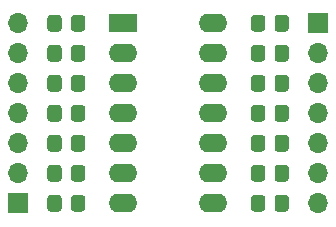
<source format=gbr>
%TF.GenerationSoftware,KiCad,Pcbnew,(5.1.7)-1*%
%TF.CreationDate,2021-01-04T21:33:55-06:00*%
%TF.ProjectId,pinballMods,70696e62-616c-46c4-9d6f-64732e6b6963,rev?*%
%TF.SameCoordinates,Original*%
%TF.FileFunction,Soldermask,Top*%
%TF.FilePolarity,Negative*%
%FSLAX46Y46*%
G04 Gerber Fmt 4.6, Leading zero omitted, Abs format (unit mm)*
G04 Created by KiCad (PCBNEW (5.1.7)-1) date 2021-01-04 21:33:55*
%MOMM*%
%LPD*%
G01*
G04 APERTURE LIST*
%ADD10O,1.700000X1.700000*%
%ADD11R,1.700000X1.700000*%
%ADD12O,2.400000X1.600000*%
%ADD13R,2.400000X1.600000*%
G04 APERTURE END LIST*
D10*
%TO.C,J3*%
X171450000Y-106680000D03*
X171450000Y-104140000D03*
X171450000Y-101600000D03*
X171450000Y-99060000D03*
X171450000Y-96520000D03*
X171450000Y-93980000D03*
D11*
X171450000Y-91440000D03*
%TD*%
D10*
%TO.C,J1*%
X146050000Y-91440000D03*
X146050000Y-93980000D03*
X146050000Y-96520000D03*
X146050000Y-99060000D03*
X146050000Y-101600000D03*
X146050000Y-104140000D03*
D11*
X146050000Y-106680000D03*
%TD*%
%TO.C,R14*%
G36*
G01*
X167770000Y-107130001D02*
X167770000Y-106229999D01*
G75*
G02*
X168019999Y-105980000I249999J0D01*
G01*
X168720001Y-105980000D01*
G75*
G02*
X168970000Y-106229999I0J-249999D01*
G01*
X168970000Y-107130001D01*
G75*
G02*
X168720001Y-107380000I-249999J0D01*
G01*
X168019999Y-107380000D01*
G75*
G02*
X167770000Y-107130001I0J249999D01*
G01*
G37*
G36*
G01*
X165770000Y-107130001D02*
X165770000Y-106229999D01*
G75*
G02*
X166019999Y-105980000I249999J0D01*
G01*
X166720001Y-105980000D01*
G75*
G02*
X166970000Y-106229999I0J-249999D01*
G01*
X166970000Y-107130001D01*
G75*
G02*
X166720001Y-107380000I-249999J0D01*
G01*
X166019999Y-107380000D01*
G75*
G02*
X165770000Y-107130001I0J249999D01*
G01*
G37*
%TD*%
%TO.C,R13*%
G36*
G01*
X167770000Y-104590001D02*
X167770000Y-103689999D01*
G75*
G02*
X168019999Y-103440000I249999J0D01*
G01*
X168720001Y-103440000D01*
G75*
G02*
X168970000Y-103689999I0J-249999D01*
G01*
X168970000Y-104590001D01*
G75*
G02*
X168720001Y-104840000I-249999J0D01*
G01*
X168019999Y-104840000D01*
G75*
G02*
X167770000Y-104590001I0J249999D01*
G01*
G37*
G36*
G01*
X165770000Y-104590001D02*
X165770000Y-103689999D01*
G75*
G02*
X166019999Y-103440000I249999J0D01*
G01*
X166720001Y-103440000D01*
G75*
G02*
X166970000Y-103689999I0J-249999D01*
G01*
X166970000Y-104590001D01*
G75*
G02*
X166720001Y-104840000I-249999J0D01*
G01*
X166019999Y-104840000D01*
G75*
G02*
X165770000Y-104590001I0J249999D01*
G01*
G37*
%TD*%
%TO.C,R12*%
G36*
G01*
X167770000Y-102050001D02*
X167770000Y-101149999D01*
G75*
G02*
X168019999Y-100900000I249999J0D01*
G01*
X168720001Y-100900000D01*
G75*
G02*
X168970000Y-101149999I0J-249999D01*
G01*
X168970000Y-102050001D01*
G75*
G02*
X168720001Y-102300000I-249999J0D01*
G01*
X168019999Y-102300000D01*
G75*
G02*
X167770000Y-102050001I0J249999D01*
G01*
G37*
G36*
G01*
X165770000Y-102050001D02*
X165770000Y-101149999D01*
G75*
G02*
X166019999Y-100900000I249999J0D01*
G01*
X166720001Y-100900000D01*
G75*
G02*
X166970000Y-101149999I0J-249999D01*
G01*
X166970000Y-102050001D01*
G75*
G02*
X166720001Y-102300000I-249999J0D01*
G01*
X166019999Y-102300000D01*
G75*
G02*
X165770000Y-102050001I0J249999D01*
G01*
G37*
%TD*%
%TO.C,R11*%
G36*
G01*
X167770000Y-99510001D02*
X167770000Y-98609999D01*
G75*
G02*
X168019999Y-98360000I249999J0D01*
G01*
X168720001Y-98360000D01*
G75*
G02*
X168970000Y-98609999I0J-249999D01*
G01*
X168970000Y-99510001D01*
G75*
G02*
X168720001Y-99760000I-249999J0D01*
G01*
X168019999Y-99760000D01*
G75*
G02*
X167770000Y-99510001I0J249999D01*
G01*
G37*
G36*
G01*
X165770000Y-99510001D02*
X165770000Y-98609999D01*
G75*
G02*
X166019999Y-98360000I249999J0D01*
G01*
X166720001Y-98360000D01*
G75*
G02*
X166970000Y-98609999I0J-249999D01*
G01*
X166970000Y-99510001D01*
G75*
G02*
X166720001Y-99760000I-249999J0D01*
G01*
X166019999Y-99760000D01*
G75*
G02*
X165770000Y-99510001I0J249999D01*
G01*
G37*
%TD*%
%TO.C,R10*%
G36*
G01*
X167770000Y-96970001D02*
X167770000Y-96069999D01*
G75*
G02*
X168019999Y-95820000I249999J0D01*
G01*
X168720001Y-95820000D01*
G75*
G02*
X168970000Y-96069999I0J-249999D01*
G01*
X168970000Y-96970001D01*
G75*
G02*
X168720001Y-97220000I-249999J0D01*
G01*
X168019999Y-97220000D01*
G75*
G02*
X167770000Y-96970001I0J249999D01*
G01*
G37*
G36*
G01*
X165770000Y-96970001D02*
X165770000Y-96069999D01*
G75*
G02*
X166019999Y-95820000I249999J0D01*
G01*
X166720001Y-95820000D01*
G75*
G02*
X166970000Y-96069999I0J-249999D01*
G01*
X166970000Y-96970001D01*
G75*
G02*
X166720001Y-97220000I-249999J0D01*
G01*
X166019999Y-97220000D01*
G75*
G02*
X165770000Y-96970001I0J249999D01*
G01*
G37*
%TD*%
%TO.C,R9*%
G36*
G01*
X167770000Y-94430001D02*
X167770000Y-93529999D01*
G75*
G02*
X168019999Y-93280000I249999J0D01*
G01*
X168720001Y-93280000D01*
G75*
G02*
X168970000Y-93529999I0J-249999D01*
G01*
X168970000Y-94430001D01*
G75*
G02*
X168720001Y-94680000I-249999J0D01*
G01*
X168019999Y-94680000D01*
G75*
G02*
X167770000Y-94430001I0J249999D01*
G01*
G37*
G36*
G01*
X165770000Y-94430001D02*
X165770000Y-93529999D01*
G75*
G02*
X166019999Y-93280000I249999J0D01*
G01*
X166720001Y-93280000D01*
G75*
G02*
X166970000Y-93529999I0J-249999D01*
G01*
X166970000Y-94430001D01*
G75*
G02*
X166720001Y-94680000I-249999J0D01*
G01*
X166019999Y-94680000D01*
G75*
G02*
X165770000Y-94430001I0J249999D01*
G01*
G37*
%TD*%
%TO.C,R8*%
G36*
G01*
X167770000Y-91890001D02*
X167770000Y-90989999D01*
G75*
G02*
X168019999Y-90740000I249999J0D01*
G01*
X168720001Y-90740000D01*
G75*
G02*
X168970000Y-90989999I0J-249999D01*
G01*
X168970000Y-91890001D01*
G75*
G02*
X168720001Y-92140000I-249999J0D01*
G01*
X168019999Y-92140000D01*
G75*
G02*
X167770000Y-91890001I0J249999D01*
G01*
G37*
G36*
G01*
X165770000Y-91890001D02*
X165770000Y-90989999D01*
G75*
G02*
X166019999Y-90740000I249999J0D01*
G01*
X166720001Y-90740000D01*
G75*
G02*
X166970000Y-90989999I0J-249999D01*
G01*
X166970000Y-91890001D01*
G75*
G02*
X166720001Y-92140000I-249999J0D01*
G01*
X166019999Y-92140000D01*
G75*
G02*
X165770000Y-91890001I0J249999D01*
G01*
G37*
%TD*%
%TO.C,R7*%
G36*
G01*
X150530000Y-107130001D02*
X150530000Y-106229999D01*
G75*
G02*
X150779999Y-105980000I249999J0D01*
G01*
X151480001Y-105980000D01*
G75*
G02*
X151730000Y-106229999I0J-249999D01*
G01*
X151730000Y-107130001D01*
G75*
G02*
X151480001Y-107380000I-249999J0D01*
G01*
X150779999Y-107380000D01*
G75*
G02*
X150530000Y-107130001I0J249999D01*
G01*
G37*
G36*
G01*
X148530000Y-107130001D02*
X148530000Y-106229999D01*
G75*
G02*
X148779999Y-105980000I249999J0D01*
G01*
X149480001Y-105980000D01*
G75*
G02*
X149730000Y-106229999I0J-249999D01*
G01*
X149730000Y-107130001D01*
G75*
G02*
X149480001Y-107380000I-249999J0D01*
G01*
X148779999Y-107380000D01*
G75*
G02*
X148530000Y-107130001I0J249999D01*
G01*
G37*
%TD*%
%TO.C,R6*%
G36*
G01*
X150530000Y-104590001D02*
X150530000Y-103689999D01*
G75*
G02*
X150779999Y-103440000I249999J0D01*
G01*
X151480001Y-103440000D01*
G75*
G02*
X151730000Y-103689999I0J-249999D01*
G01*
X151730000Y-104590001D01*
G75*
G02*
X151480001Y-104840000I-249999J0D01*
G01*
X150779999Y-104840000D01*
G75*
G02*
X150530000Y-104590001I0J249999D01*
G01*
G37*
G36*
G01*
X148530000Y-104590001D02*
X148530000Y-103689999D01*
G75*
G02*
X148779999Y-103440000I249999J0D01*
G01*
X149480001Y-103440000D01*
G75*
G02*
X149730000Y-103689999I0J-249999D01*
G01*
X149730000Y-104590001D01*
G75*
G02*
X149480001Y-104840000I-249999J0D01*
G01*
X148779999Y-104840000D01*
G75*
G02*
X148530000Y-104590001I0J249999D01*
G01*
G37*
%TD*%
%TO.C,R5*%
G36*
G01*
X150530000Y-102050001D02*
X150530000Y-101149999D01*
G75*
G02*
X150779999Y-100900000I249999J0D01*
G01*
X151480001Y-100900000D01*
G75*
G02*
X151730000Y-101149999I0J-249999D01*
G01*
X151730000Y-102050001D01*
G75*
G02*
X151480001Y-102300000I-249999J0D01*
G01*
X150779999Y-102300000D01*
G75*
G02*
X150530000Y-102050001I0J249999D01*
G01*
G37*
G36*
G01*
X148530000Y-102050001D02*
X148530000Y-101149999D01*
G75*
G02*
X148779999Y-100900000I249999J0D01*
G01*
X149480001Y-100900000D01*
G75*
G02*
X149730000Y-101149999I0J-249999D01*
G01*
X149730000Y-102050001D01*
G75*
G02*
X149480001Y-102300000I-249999J0D01*
G01*
X148779999Y-102300000D01*
G75*
G02*
X148530000Y-102050001I0J249999D01*
G01*
G37*
%TD*%
%TO.C,R4*%
G36*
G01*
X150530000Y-99510001D02*
X150530000Y-98609999D01*
G75*
G02*
X150779999Y-98360000I249999J0D01*
G01*
X151480001Y-98360000D01*
G75*
G02*
X151730000Y-98609999I0J-249999D01*
G01*
X151730000Y-99510001D01*
G75*
G02*
X151480001Y-99760000I-249999J0D01*
G01*
X150779999Y-99760000D01*
G75*
G02*
X150530000Y-99510001I0J249999D01*
G01*
G37*
G36*
G01*
X148530000Y-99510001D02*
X148530000Y-98609999D01*
G75*
G02*
X148779999Y-98360000I249999J0D01*
G01*
X149480001Y-98360000D01*
G75*
G02*
X149730000Y-98609999I0J-249999D01*
G01*
X149730000Y-99510001D01*
G75*
G02*
X149480001Y-99760000I-249999J0D01*
G01*
X148779999Y-99760000D01*
G75*
G02*
X148530000Y-99510001I0J249999D01*
G01*
G37*
%TD*%
%TO.C,R3*%
G36*
G01*
X150530000Y-96970001D02*
X150530000Y-96069999D01*
G75*
G02*
X150779999Y-95820000I249999J0D01*
G01*
X151480001Y-95820000D01*
G75*
G02*
X151730000Y-96069999I0J-249999D01*
G01*
X151730000Y-96970001D01*
G75*
G02*
X151480001Y-97220000I-249999J0D01*
G01*
X150779999Y-97220000D01*
G75*
G02*
X150530000Y-96970001I0J249999D01*
G01*
G37*
G36*
G01*
X148530000Y-96970001D02*
X148530000Y-96069999D01*
G75*
G02*
X148779999Y-95820000I249999J0D01*
G01*
X149480001Y-95820000D01*
G75*
G02*
X149730000Y-96069999I0J-249999D01*
G01*
X149730000Y-96970001D01*
G75*
G02*
X149480001Y-97220000I-249999J0D01*
G01*
X148779999Y-97220000D01*
G75*
G02*
X148530000Y-96970001I0J249999D01*
G01*
G37*
%TD*%
%TO.C,R2*%
G36*
G01*
X150530000Y-94430001D02*
X150530000Y-93529999D01*
G75*
G02*
X150779999Y-93280000I249999J0D01*
G01*
X151480001Y-93280000D01*
G75*
G02*
X151730000Y-93529999I0J-249999D01*
G01*
X151730000Y-94430001D01*
G75*
G02*
X151480001Y-94680000I-249999J0D01*
G01*
X150779999Y-94680000D01*
G75*
G02*
X150530000Y-94430001I0J249999D01*
G01*
G37*
G36*
G01*
X148530000Y-94430001D02*
X148530000Y-93529999D01*
G75*
G02*
X148779999Y-93280000I249999J0D01*
G01*
X149480001Y-93280000D01*
G75*
G02*
X149730000Y-93529999I0J-249999D01*
G01*
X149730000Y-94430001D01*
G75*
G02*
X149480001Y-94680000I-249999J0D01*
G01*
X148779999Y-94680000D01*
G75*
G02*
X148530000Y-94430001I0J249999D01*
G01*
G37*
%TD*%
%TO.C,R1*%
G36*
G01*
X150530000Y-91890001D02*
X150530000Y-90989999D01*
G75*
G02*
X150779999Y-90740000I249999J0D01*
G01*
X151480001Y-90740000D01*
G75*
G02*
X151730000Y-90989999I0J-249999D01*
G01*
X151730000Y-91890001D01*
G75*
G02*
X151480001Y-92140000I-249999J0D01*
G01*
X150779999Y-92140000D01*
G75*
G02*
X150530000Y-91890001I0J249999D01*
G01*
G37*
G36*
G01*
X148530000Y-91890001D02*
X148530000Y-90989999D01*
G75*
G02*
X148779999Y-90740000I249999J0D01*
G01*
X149480001Y-90740000D01*
G75*
G02*
X149730000Y-90989999I0J-249999D01*
G01*
X149730000Y-91890001D01*
G75*
G02*
X149480001Y-92140000I-249999J0D01*
G01*
X148779999Y-92140000D01*
G75*
G02*
X148530000Y-91890001I0J249999D01*
G01*
G37*
%TD*%
D12*
%TO.C,J2*%
X162560000Y-91440000D03*
X154940000Y-106680000D03*
X162560000Y-93980000D03*
X154940000Y-104140000D03*
X162560000Y-96520000D03*
X154940000Y-101600000D03*
X162560000Y-99060000D03*
X154940000Y-99060000D03*
X162560000Y-101600000D03*
X154940000Y-96520000D03*
X162560000Y-104140000D03*
X154940000Y-93980000D03*
X162560000Y-106680000D03*
D13*
X154940000Y-91440000D03*
%TD*%
M02*

</source>
